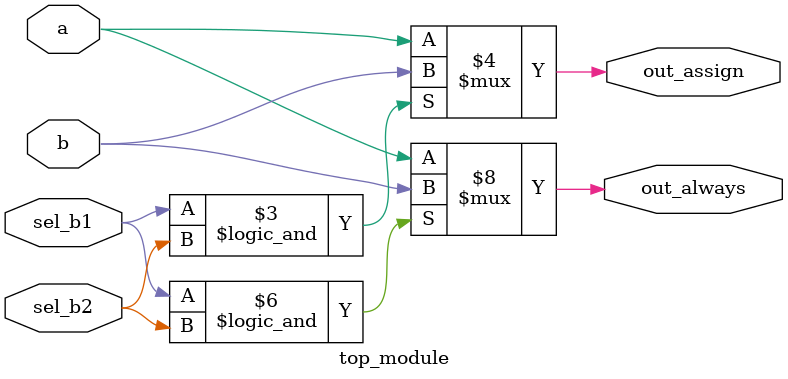
<source format=v>
module top_module(
    input a,
    input b,
    input sel_b1,
    input sel_b2,
    output wire out_assign,
    output reg out_always   ); 
    assign out_assign=(sel_b1==1 && sel_b2==1)?b:a;
    always @(*)begin
        if(sel_b1 && sel_b2)begin
            out_always=b;
        end
        else begin
            out_always=a;
        end
    end
    

endmodule

</source>
